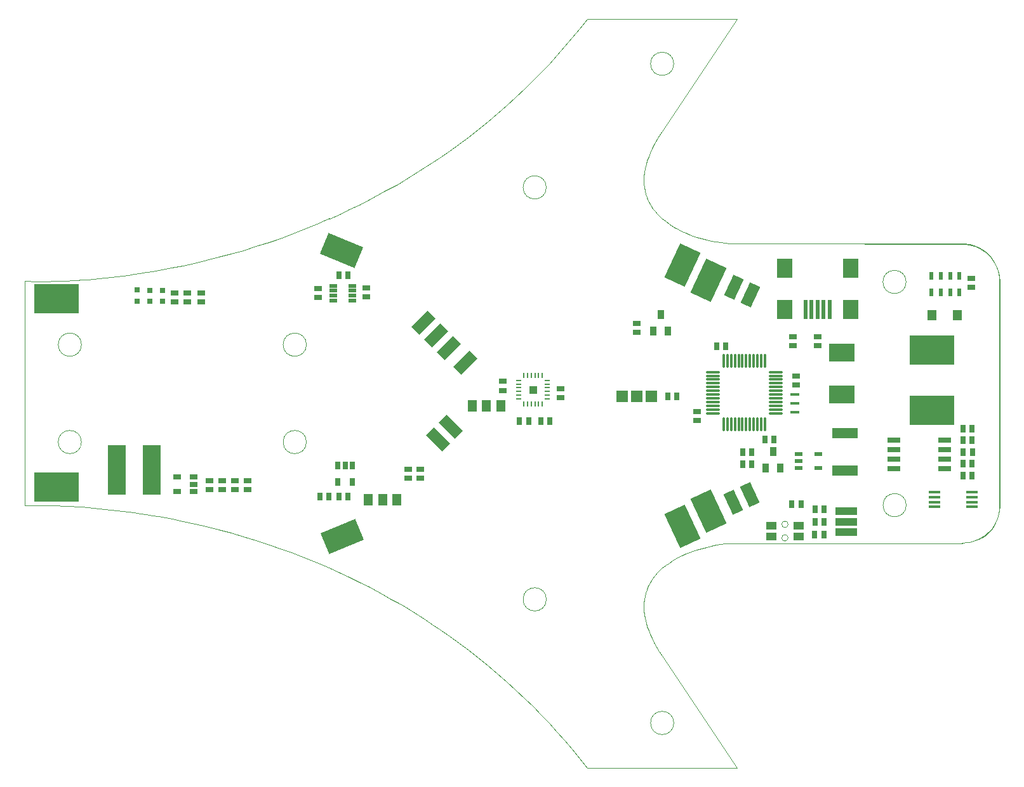
<source format=gtp>
%FSLAX25Y25*%
%MOIN*%
G70*
G01*
G75*
G04 Layer_Color=8421504*
%ADD10C,0.00787*%
%ADD11R,0.03150X0.03937*%
%ADD12R,0.11811X0.03937*%
%ADD13R,0.13780X0.09646*%
%ADD14R,0.09488X0.26378*%
G04:AMPARAMS|DCode=15|XSize=196.85mil|YSize=118.11mil|CornerRadius=0mil|HoleSize=0mil|Usage=FLASHONLY|Rotation=22.500|XOffset=0mil|YOffset=0mil|HoleType=Round|Shape=Rectangle|*
%AMROTATEDRECTD15*
4,1,4,-0.06833,-0.09222,-0.11353,0.01689,0.06833,0.09222,0.11353,-0.01689,-0.06833,-0.09222,0.0*
%
%ADD15ROTATEDRECTD15*%

G04:AMPARAMS|DCode=16|XSize=196.85mil|YSize=118.11mil|CornerRadius=0mil|HoleSize=0mil|Usage=FLASHONLY|Rotation=337.500|XOffset=0mil|YOffset=0mil|HoleType=Round|Shape=Rectangle|*
%AMROTATEDRECTD16*
4,1,4,-0.11353,-0.01689,-0.06833,0.09222,0.11353,0.01689,0.06833,-0.09222,-0.11353,-0.01689,0.0*
%
%ADD16ROTATEDRECTD16*%

G04:AMPARAMS|DCode=17|XSize=196.85mil|YSize=118.11mil|CornerRadius=0mil|HoleSize=0mil|Usage=FLASHONLY|Rotation=115.000|XOffset=0mil|YOffset=0mil|HoleType=Round|Shape=Rectangle|*
%AMROTATEDRECTD17*
4,1,4,0.09512,-0.06425,-0.01193,-0.11416,-0.09512,0.06425,0.01193,0.11416,0.09512,-0.06425,0.0*
%
%ADD17ROTATEDRECTD17*%

G04:AMPARAMS|DCode=18|XSize=196.85mil|YSize=118.11mil|CornerRadius=0mil|HoleSize=0mil|Usage=FLASHONLY|Rotation=65.000|XOffset=0mil|YOffset=0mil|HoleType=Round|Shape=Rectangle|*
%AMROTATEDRECTD18*
4,1,4,0.01193,-0.11416,-0.09512,-0.06425,-0.01193,0.11416,0.09512,0.06425,0.01193,-0.11416,0.0*
%
%ADD18ROTATEDRECTD18*%

%ADD19R,0.05118X0.05906*%
%ADD20R,0.03937X0.03150*%
%ADD21R,0.03898X0.01890*%
%ADD22R,0.04173X0.02559*%
%ADD23R,0.05512X0.04134*%
%ADD24R,0.06890X0.02559*%
%ADD25R,0.23622X0.15748*%
%ADD26R,0.02362X0.04331*%
%ADD27R,0.03150X0.03150*%
%ADD28R,0.03347X0.05118*%
%ADD29R,0.05906X0.05906*%
%ADD30O,0.07480X0.01181*%
%ADD31O,0.01181X0.07480*%
%ADD32R,0.01969X0.09843*%
%ADD33R,0.07874X0.09843*%
%ADD34R,0.05118X0.01575*%
%ADD35R,0.07874X0.07874*%
%ADD36R,0.03937X0.02165*%
%ADD37R,0.00984X0.02756*%
%ADD38R,0.02756X0.00984*%
%ADD39R,0.05000X0.05787*%
%ADD40R,0.13386X0.05315*%
%ADD41R,0.05906X0.01614*%
G04:AMPARAMS|DCode=42|XSize=118.11mil|YSize=59.06mil|CornerRadius=0mil|HoleSize=0mil|Usage=FLASHONLY|Rotation=225.000|XOffset=0mil|YOffset=0mil|HoleType=Round|Shape=Rectangle|*
%AMROTATEDRECTD42*
4,1,4,0.02088,0.06264,0.06264,0.02088,-0.02088,-0.06264,-0.06264,-0.02088,0.02088,0.06264,0.0*
%
%ADD42ROTATEDRECTD42*%

G04:AMPARAMS|DCode=43|XSize=118.11mil|YSize=59.06mil|CornerRadius=0mil|HoleSize=0mil|Usage=FLASHONLY|Rotation=135.000|XOffset=0mil|YOffset=0mil|HoleType=Round|Shape=Rectangle|*
%AMROTATEDRECTD43*
4,1,4,0.06264,-0.02088,0.02088,-0.06264,-0.06264,0.02088,-0.02088,0.06264,0.06264,-0.02088,0.0*
%
%ADD43ROTATEDRECTD43*%

G04:AMPARAMS|DCode=44|XSize=118.11mil|YSize=59.06mil|CornerRadius=0mil|HoleSize=0mil|Usage=FLASHONLY|Rotation=245.000|XOffset=0mil|YOffset=0mil|HoleType=Round|Shape=Rectangle|*
%AMROTATEDRECTD44*
4,1,4,-0.00180,0.06600,0.05172,0.04104,0.00180,-0.06600,-0.05172,-0.04104,-0.00180,0.06600,0.0*
%
%ADD44ROTATEDRECTD44*%

G04:AMPARAMS|DCode=45|XSize=118.11mil|YSize=59.06mil|CornerRadius=0mil|HoleSize=0mil|Usage=FLASHONLY|Rotation=295.000|XOffset=0mil|YOffset=0mil|HoleType=Round|Shape=Rectangle|*
%AMROTATEDRECTD45*
4,1,4,-0.05172,0.04104,0.00180,0.06600,0.05172,-0.04104,-0.00180,-0.06600,-0.05172,0.04104,0.0*
%
%ADD45ROTATEDRECTD45*%

%ADD46R,0.02559X0.04173*%
%ADD47C,0.01969*%
%ADD48C,0.03937*%
%ADD49C,0.07874*%
%ADD50C,0.05906*%
%ADD51R,0.06869X0.26570*%
%ADD52R,0.06892X0.11504*%
%ADD53R,0.37657X0.14030*%
%ADD54R,0.23424X0.11604*%
%ADD55R,0.15927X0.15830*%
%ADD56R,0.14344X0.15856*%
%ADD57C,0.00394*%
%ADD58C,0.00197*%
%ADD59C,0.05906*%
%ADD60R,0.05906X0.05906*%
%ADD61C,0.01969*%
%ADD62R,0.36038X0.16300*%
%ADD63C,0.01000*%
%ADD64C,0.01181*%
%ADD65C,0.00984*%
%ADD66C,0.02362*%
%ADD67C,0.00039*%
%ADD68R,0.03937X0.03937*%
D11*
X1102185Y484198D02*
D03*
X1106909D02*
D03*
X985166Y506747D02*
D03*
X989890D02*
D03*
X1000933Y506747D02*
D03*
X996208D02*
D03*
X1114083Y497327D02*
D03*
X1118807D02*
D03*
X1102170Y490410D02*
D03*
X1106894D02*
D03*
X1222843Y490520D02*
D03*
X1218119D02*
D03*
X1218085Y478202D02*
D03*
X1222809D02*
D03*
X1144960Y460601D02*
D03*
X1140235D02*
D03*
X1145121Y453876D02*
D03*
X1140397D02*
D03*
X1144889Y447109D02*
D03*
X1140165D02*
D03*
X1217981Y502837D02*
D03*
X1222706Y502837D02*
D03*
X890372Y467336D02*
D03*
X895097Y467336D02*
D03*
X884942Y467313D02*
D03*
X880217Y467313D02*
D03*
X1067642Y519744D02*
D03*
X1062917D02*
D03*
X1093319Y546213D02*
D03*
X1088594D02*
D03*
X1132862Y463130D02*
D03*
X1128138D02*
D03*
X1222796Y484361D02*
D03*
X1218072D02*
D03*
X1222819Y496678D02*
D03*
X1218095Y496678D02*
D03*
X895114Y583531D02*
D03*
X890390D02*
D03*
D12*
X1156721Y453920D02*
D03*
Y459362D02*
D03*
Y448477D02*
D03*
D13*
X1154488Y520831D02*
D03*
Y542681D02*
D03*
D14*
X773556Y481072D02*
D03*
X791863D02*
D03*
D15*
X892130Y446225D02*
D03*
D16*
X891826Y596563D02*
D03*
D17*
X1084255Y459428D02*
D03*
X1070759Y451371D02*
D03*
D18*
X1084353Y580907D02*
D03*
X1070690Y588959D02*
D03*
D19*
X960265Y514921D02*
D03*
X967746D02*
D03*
X975226D02*
D03*
X920669Y465351D02*
D03*
X913188D02*
D03*
X905708D02*
D03*
D20*
X1130232Y525913D02*
D03*
Y530638D02*
D03*
X1141634Y551287D02*
D03*
Y546563D02*
D03*
X879390Y576528D02*
D03*
Y571803D02*
D03*
X1078386Y511937D02*
D03*
Y507213D02*
D03*
X822241Y470761D02*
D03*
Y475485D02*
D03*
X842256Y475483D02*
D03*
Y470759D02*
D03*
X835584Y470761D02*
D03*
Y475486D02*
D03*
X828913Y475486D02*
D03*
Y470761D02*
D03*
X1222453Y577280D02*
D03*
Y582004D02*
D03*
X1128660Y551287D02*
D03*
Y546563D02*
D03*
X817909Y569409D02*
D03*
Y574134D02*
D03*
X810634Y569417D02*
D03*
Y574142D02*
D03*
X804075Y574220D02*
D03*
Y569496D02*
D03*
X904654Y576740D02*
D03*
Y572016D02*
D03*
X1006794Y524007D02*
D03*
Y519282D02*
D03*
X1046826Y553504D02*
D03*
Y558228D02*
D03*
X976416Y527676D02*
D03*
Y522952D02*
D03*
X932905Y476810D02*
D03*
Y481534D02*
D03*
X926623Y481493D02*
D03*
Y476768D02*
D03*
D21*
X897449Y570232D02*
D03*
Y572791D02*
D03*
Y575350D02*
D03*
Y577909D02*
D03*
X887252Y570232D02*
D03*
Y572791D02*
D03*
Y575350D02*
D03*
Y577909D02*
D03*
D22*
X813863Y469930D02*
D03*
Y473670D02*
D03*
Y477411D02*
D03*
X805201Y469930D02*
D03*
Y477411D02*
D03*
D23*
X1131563Y451882D02*
D03*
Y446173D02*
D03*
X1117390D02*
D03*
Y451882D02*
D03*
D24*
X1208298Y491907D02*
D03*
X1208323Y486917D02*
D03*
Y481917D02*
D03*
Y496917D02*
D03*
X1181758Y496927D02*
D03*
Y491927D02*
D03*
Y486927D02*
D03*
Y481927D02*
D03*
D25*
X1201539Y544107D02*
D03*
Y512611D02*
D03*
X741838Y472222D02*
D03*
Y571041D02*
D03*
D26*
X1216165Y583035D02*
D03*
X1211244D02*
D03*
X1206323D02*
D03*
X1201402D02*
D03*
X1216165Y574374D02*
D03*
X1211244D02*
D03*
X1206323D02*
D03*
X1201402D02*
D03*
D27*
X784232Y575756D02*
D03*
Y569850D02*
D03*
X797614Y575622D02*
D03*
Y569717D02*
D03*
X790925Y575622D02*
D03*
Y569717D02*
D03*
D28*
X1114441Y482109D02*
D03*
X1121921D02*
D03*
X1118181Y490770D02*
D03*
X1059240Y562811D02*
D03*
X1062980Y554149D02*
D03*
X1055500D02*
D03*
D29*
X1054357Y519825D02*
D03*
X1046621Y519830D02*
D03*
X1038886Y519835D02*
D03*
D30*
X1119665Y510988D02*
D03*
Y512957D02*
D03*
Y514925D02*
D03*
Y516894D02*
D03*
Y518862D02*
D03*
Y520831D02*
D03*
Y522799D02*
D03*
Y524768D02*
D03*
Y526736D02*
D03*
Y528705D02*
D03*
Y530673D02*
D03*
Y532642D02*
D03*
X1086595D02*
D03*
Y530673D02*
D03*
Y528705D02*
D03*
Y526736D02*
D03*
Y524768D02*
D03*
Y522799D02*
D03*
Y520831D02*
D03*
Y518862D02*
D03*
Y516894D02*
D03*
Y514925D02*
D03*
Y512957D02*
D03*
Y510988D02*
D03*
D31*
X1113957Y538350D02*
D03*
X1111988D02*
D03*
X1110020D02*
D03*
X1108051D02*
D03*
X1106083D02*
D03*
X1104114D02*
D03*
X1102146D02*
D03*
X1100177D02*
D03*
X1098209D02*
D03*
X1096240D02*
D03*
X1094272D02*
D03*
X1092303D02*
D03*
Y505280D02*
D03*
X1094272D02*
D03*
X1096240D02*
D03*
X1098209D02*
D03*
X1100177D02*
D03*
X1102146D02*
D03*
X1104114D02*
D03*
X1106083D02*
D03*
X1108051D02*
D03*
X1110020D02*
D03*
X1111988D02*
D03*
X1113957D02*
D03*
D32*
X1135280Y565421D02*
D03*
X1138429D02*
D03*
X1141579D02*
D03*
X1147878D02*
D03*
X1144728D02*
D03*
D33*
X1124256D02*
D03*
Y587075D02*
D03*
X1158902D02*
D03*
Y565421D02*
D03*
D34*
X1129717Y520819D02*
D03*
Y516094D02*
D03*
Y511370D02*
D03*
D36*
X1142159Y482082D02*
D03*
Y489562D02*
D03*
X1131530Y482082D02*
D03*
Y485822D02*
D03*
Y489562D02*
D03*
D37*
X987264Y515878D02*
D03*
Y530839D02*
D03*
X989233D02*
D03*
X991201D02*
D03*
X993170D02*
D03*
X995138D02*
D03*
Y515878D02*
D03*
X997107D02*
D03*
X993170D02*
D03*
X991201D02*
D03*
X989233D02*
D03*
X997107Y530839D02*
D03*
D38*
X984705Y520406D02*
D03*
Y518437D02*
D03*
Y522374D02*
D03*
Y524343D02*
D03*
Y526311D02*
D03*
Y528280D02*
D03*
X999666D02*
D03*
Y526311D02*
D03*
Y524343D02*
D03*
Y522374D02*
D03*
Y518437D02*
D03*
Y520406D02*
D03*
D39*
X1201762Y562500D02*
D03*
X1215069D02*
D03*
D40*
X1155841Y500531D02*
D03*
Y480847D02*
D03*
D41*
X1202955Y466880D02*
D03*
X1202955Y469447D02*
D03*
X1202955Y464311D02*
D03*
Y461742D02*
D03*
X1222620Y466854D02*
D03*
X1222619Y469454D02*
D03*
X1222620Y464301D02*
D03*
Y461732D02*
D03*
D42*
X956637Y537648D02*
D03*
X934708Y558554D02*
D03*
X941425Y551836D02*
D03*
X948143Y545119D02*
D03*
D43*
X942172Y497203D02*
D03*
X948890Y503921D02*
D03*
D44*
X1106217Y573310D02*
D03*
X1097607Y577325D02*
D03*
D45*
X1105876Y468194D02*
D03*
X1097266Y464179D02*
D03*
D46*
X889783Y475005D02*
D03*
X897263Y475005D02*
D03*
X889783Y483667D02*
D03*
X893523Y483667D02*
D03*
X897263Y483667D02*
D03*
D57*
X1233068Y592835D02*
G03*
X1217579Y600111I-15664J-13221D01*
G01*
X1217591Y442672D02*
G03*
X1233080Y449948I-175J20497D01*
G01*
X880412Y611114D02*
G03*
X885495Y613312I-35534J89131D01*
G01*
X885527Y429516D02*
G03*
X880444Y431715I-40617J-86933D01*
G01*
X755095Y547005D02*
G03*
X755095Y547005I-6102J0D01*
G01*
Y495825D02*
G03*
X755095Y495825I-6102J0D01*
G01*
X873206D02*
G03*
X873206Y495825I-6102J0D01*
G01*
Y547005D02*
G03*
X873206Y547005I-6102J0D01*
G01*
X999188Y413147D02*
G03*
X999188Y413147I-6102J0D01*
G01*
X1066117Y348188D02*
G03*
X1066117Y348188I-6102J0D01*
G01*
X1188164Y462662D02*
G03*
X1188164Y462662I-6102J0D01*
G01*
X1188105Y579993D02*
G03*
X1188105Y579993I-6102J0D01*
G01*
X999187Y629683D02*
G03*
X999187Y629683I-6102J0D01*
G01*
X1066117Y694642D02*
G03*
X1066117Y694642I-6102J0D01*
G01*
X1166186Y600154D02*
X1217504D01*
X1099391D02*
X1166186D01*
X1016714Y329514D02*
X1020651Y324561D01*
X1012729Y334348D02*
X1016714Y329514D01*
X1008701Y339065D02*
X1012729Y334348D01*
X1004632Y343665D02*
X1008701Y339065D01*
X1000522Y348150D02*
X1004632Y343665D01*
X996375Y352521D02*
X1000522Y348150D01*
X992192Y356779D02*
X996375Y352521D01*
X987975Y360926D02*
X992192Y356779D01*
X983117Y365533D02*
X987975Y360926D01*
X978221Y369998D02*
X983117Y365533D01*
X973289Y374326D02*
X978221Y369998D01*
X968327Y378516D02*
X973289Y374326D01*
X963335Y382573D02*
X968327Y378516D01*
X958318Y386498D02*
X963335Y382573D01*
X953278Y390293D02*
X958318Y386498D01*
X948218Y393961D02*
X953278Y390293D01*
X943142Y397502D02*
X948218Y393961D01*
X939442Y399999D02*
X943142Y397502D01*
X935736Y402433D02*
X939442Y399999D01*
X932025Y404804D02*
X935736Y402433D01*
X928312Y407112D02*
X932025Y404804D01*
X924595Y409358D02*
X928312Y407112D01*
X920877Y411542D02*
X924595Y409358D01*
X917159Y413666D02*
X920877Y411542D01*
X914453Y415193D02*
X917159Y413666D01*
X773629Y459957D02*
X776585Y459591D01*
X770744Y460294D02*
X773629Y459957D01*
X767475Y460646D02*
X770744Y460294D01*
X764307Y460963D02*
X767475Y460646D01*
X761242Y461242D02*
X764307Y460963D01*
X758279Y461489D02*
X761242Y461242D01*
X755426Y461703D02*
X758279Y461489D01*
X752683Y461887D02*
X755426Y461703D01*
X750053Y462044D02*
X752683Y461887D01*
X747540Y462174D02*
X750053Y462044D01*
X745146Y462281D02*
X747540Y462174D01*
X742514Y462377D02*
X745146Y462281D01*
X740053Y462448D02*
X742514Y462377D01*
X737765Y462495D02*
X740053Y462448D01*
X735657Y462521D02*
X737765Y462495D01*
X733731Y462531D02*
X735657Y462521D01*
X731993Y462527D02*
X733731Y462531D01*
X730447Y462512D02*
X731993Y462527D01*
X729097Y462488D02*
X730447Y462512D01*
X727949Y462460D02*
X729097Y462488D01*
X727415Y462445D02*
X727949Y462460D01*
X726942Y462428D02*
X727415Y462445D01*
X726529Y462413D02*
X726942Y462428D01*
X726179Y462399D02*
X726529Y462413D01*
X725890Y462387D02*
X726179Y462399D01*
X725665Y462376D02*
X725890Y462387D01*
X725503Y462367D02*
X725665Y462376D01*
X725406Y462363D02*
X725503Y462367D01*
X725374Y462362D02*
X725406Y462363D01*
X725374Y462362D02*
Y580471D01*
X833536Y594757D02*
X840102Y596648D01*
X846768Y598697D01*
X853525Y600908D01*
X860365Y603286D01*
X865327Y605103D01*
X870324Y607011D01*
X875354Y609014D01*
X880412Y611114D01*
X885495Y613312D02*
X890602Y615612D01*
X895726Y618014D01*
X900866Y620523D01*
X906020Y623140D01*
X914414Y627750D01*
X917159Y629159D01*
X920877Y631283D01*
X924595Y633468D01*
X928312Y635712D01*
X932025Y638019D01*
X935736Y640390D01*
X939442Y642823D01*
X943142Y645322D01*
X948218Y648863D01*
X953278Y652531D01*
X958318Y656324D01*
X963335Y660249D01*
X968327Y664306D01*
X973289Y668497D01*
X978221Y672824D01*
X983117Y677290D01*
X987975Y681896D01*
X992192Y686044D01*
X996375Y690302D01*
X1000522Y694671D01*
X1004632Y699156D01*
X1008701Y703756D01*
X1012729Y708473D01*
X1016714Y713307D01*
X1020651Y718260D01*
X1099391D01*
X1060022Y659205D02*
X1099391Y718260D01*
X1058466Y656844D02*
X1060022Y659205D01*
X1057059Y654540D02*
X1058466Y656844D01*
X1055798Y652292D02*
X1057059Y654540D01*
X1054676Y650101D02*
X1055798Y652292D01*
X1053693Y647963D02*
X1054676Y650101D01*
X1052841Y645883D02*
X1053693Y647963D01*
X1052121Y643855D02*
X1052841Y645883D01*
X1051526Y641881D02*
X1052121Y643855D01*
X1050996Y639691D02*
X1051526Y641881D01*
X1050619Y637570D02*
X1050996Y639691D01*
X1050391Y635516D02*
X1050619Y637570D01*
X1050307Y633530D02*
X1050391Y635516D01*
X1050307Y633530D02*
X1050361Y631611D01*
X1050547Y629755D01*
X1050859Y627966D01*
X1051293Y626241D01*
X1051843Y624580D01*
X1052362Y623295D01*
X1052948Y622051D01*
X1053600Y620845D01*
X1054314Y619679D01*
X1055086Y618551D01*
X1055915Y617461D01*
X1057730Y615393D01*
X1059736Y613472D01*
X1061911Y611696D01*
X1063512Y610543D01*
X1067106Y608200D01*
X1066895Y608439D02*
X1068662Y607483D01*
X1070470Y606591D01*
X1072311Y605764D01*
X1074177Y604997D01*
X1076061Y604290D01*
X1077955Y603644D01*
X1080591Y602843D01*
X1083212Y602151D01*
X1085797Y601566D01*
X1088324Y601086D01*
X1090774Y600708D01*
X1093127Y600429D01*
X1095361Y600246D01*
X1097455Y600155D01*
X1099391Y600154D01*
X1232277Y593481D02*
X1233827Y591478D01*
X1235106Y589293D01*
X1236092Y586964D01*
X1236769Y584525D01*
X1237080Y582529D01*
X1237185Y580472D01*
Y462350D02*
Y580472D01*
X1228509Y446028D02*
X1230512Y447577D01*
X1226325Y444748D02*
X1228509Y446028D01*
X853493Y600910D02*
X860333Y603287D01*
X846736Y598698D02*
X853493Y600910D01*
X840070Y596650D02*
X846736Y598698D01*
X833504Y594758D02*
X840070Y596650D01*
X827048Y593015D02*
X833504Y594758D01*
X820708Y591417D02*
X827048Y593015D01*
X814494Y589955D02*
X820708Y591417D01*
X808415Y588625D02*
X814494Y589955D01*
X802480Y587422D02*
X808415Y588625D01*
X795641Y586150D02*
X802480Y587422D01*
X792308Y585573D02*
X795641Y586150D01*
X789033Y585035D02*
X792308Y585573D01*
X785818Y584533D02*
X789033Y585035D01*
X782665Y584068D02*
X785818Y584533D01*
X779575Y583636D02*
X782665Y584068D01*
X776553Y583237D02*
X779575Y583636D01*
X773597Y582871D02*
X776553Y583237D01*
X770712Y582536D02*
X773597Y582871D01*
X767443Y582182D02*
X770712Y582536D01*
X764275Y581867D02*
X767443Y582182D01*
X761210Y581586D02*
X764275Y581867D01*
X758247Y581339D02*
X761210Y581586D01*
X755394Y581126D02*
X758247Y581339D01*
X752651Y580942D02*
X755394Y581126D01*
X750021Y580785D02*
X752651Y580942D01*
X747508Y580654D02*
X750021Y580785D01*
X745114Y580547D02*
X747508Y580654D01*
X742482Y580451D02*
X745114Y580547D01*
X740021Y580380D02*
X742482Y580451D01*
X737733Y580333D02*
X740021Y580380D01*
X735625Y580307D02*
X737733Y580333D01*
X733699Y580297D02*
X735625Y580307D01*
X731961Y580301D02*
X733699Y580297D01*
X730415Y580318D02*
X731961Y580301D01*
X729065Y580342D02*
X730415Y580318D01*
X727917Y580369D02*
X729065Y580342D01*
X727384Y580386D02*
X727917Y580369D01*
X726910Y580403D02*
X727384Y580386D01*
X726497Y580418D02*
X726910Y580403D01*
X726147Y580433D02*
X726497Y580418D01*
X725858Y580446D02*
X726147Y580433D01*
X725634Y580457D02*
X725858Y580446D01*
X725471Y580465D02*
X725634Y580457D01*
X725374Y580471D02*
X725471Y580465D01*
X725342Y580472D02*
X725374Y580471D01*
X1237091Y460254D02*
X1237197Y462311D01*
X1236781Y458259D02*
X1237091Y460254D01*
X1236104Y455819D02*
X1236781Y458259D01*
X1235118Y453490D02*
X1236104Y455819D01*
X1233839Y451306D02*
X1235118Y453490D01*
X1232289Y449303D02*
X1233839Y451306D01*
X1217445Y599974D02*
X1219502Y599869D01*
X1221497Y599559D01*
X1223936Y598882D01*
X1226266Y597896D01*
X1228450Y596617D01*
X1230453Y595067D01*
X1232422Y593064D01*
X1234082Y590812D01*
X1235401Y588359D01*
X1236356Y585754D01*
X1236928Y583084D01*
X1237126Y580294D01*
X1237126Y462172D01*
X1237021Y460115D02*
X1237126Y462172D01*
X1236710Y458119D02*
X1237021Y460115D01*
X1236033Y455680D02*
X1236710Y458119D01*
X1235047Y453351D02*
X1236033Y455680D01*
X1233768Y451166D02*
X1235047Y453351D01*
X1232218Y449164D02*
X1233768Y451166D01*
X1230215Y447194D02*
X1232218Y449164D01*
X1227963Y445534D02*
X1230215Y447194D01*
X1166220Y599974D02*
X1217445D01*
X1095361Y442578D02*
X1097455Y442670D01*
X1093127Y442395D02*
X1095361Y442578D01*
X1090774Y442116D02*
X1093127Y442395D01*
X1088324Y441738D02*
X1090774Y442116D01*
X1085797Y441258D02*
X1088324Y441738D01*
X1083212Y440674D02*
X1085797Y441258D01*
X1080591Y439983D02*
X1083212Y440674D01*
X1077955Y439180D02*
X1080591Y439983D01*
X1097455Y442670D02*
X1168988D01*
X1020651Y324561D02*
X1099391Y324562D01*
X1076061Y438534D02*
X1077955Y439180D01*
X1074177Y437828D02*
X1076061Y438534D01*
X1072311Y437062D02*
X1074177Y437828D01*
X1070470Y436234D02*
X1072311Y437062D01*
X1068662Y435344D02*
X1070470Y436234D01*
X1066895Y434388D02*
X1068662Y435344D01*
X1065176Y433369D02*
X1066895Y434388D01*
X1063512Y432283D02*
X1065176Y433369D01*
X1061911Y431130D02*
X1063512Y432283D01*
X1059736Y429353D02*
X1061911Y431130D01*
X1057730Y427433D02*
X1059736Y429353D01*
X1055915Y425365D02*
X1057730Y427433D01*
X1055086Y424274D02*
X1055915Y425365D01*
X1054314Y423147D02*
X1055086Y424274D01*
X1053600Y421980D02*
X1054314Y423147D01*
X1052948Y420774D02*
X1053600Y421980D01*
X1052362Y419530D02*
X1052948Y420774D01*
X1051843Y418245D02*
X1052362Y419530D01*
X1051293Y416583D02*
X1051843Y418245D01*
X1050859Y414858D02*
X1051293Y416583D01*
X1050547Y413069D02*
X1050859Y414858D01*
X1050361Y411215D02*
X1050547Y413069D01*
X1050307Y409295D02*
X1050361Y411215D01*
X1050307Y409295D02*
X1050391Y407309D01*
X1050619Y405255D01*
X1050996Y403134D01*
X1051526Y400944D01*
X1052121Y398970D01*
X1052841Y396943D01*
X1053693Y394861D01*
X1054676Y392724D01*
X1055798Y390531D01*
X1057059Y388283D01*
X1058466Y385979D01*
X1060022Y383618D01*
X1099391Y324562D01*
X1146128Y442670D02*
X1217661D01*
X776585Y459591D02*
X779607Y459192D01*
X782697Y458760D01*
X785850Y458295D01*
X789065Y457794D01*
X792340Y457255D01*
X795673Y456678D01*
X802512Y455406D01*
X808447Y454203D01*
X814526Y452873D01*
X820740Y451412D01*
X827080Y449813D01*
X833536Y448070D01*
X840102Y446178D01*
X846768Y444130D01*
X853525Y441919D01*
X860365Y439541D01*
X906052Y419688D02*
X914446Y415078D01*
X900898Y422305D02*
X906052Y419688D01*
X895758Y424815D02*
X900898Y422305D01*
X890634Y427216D02*
X895758Y424815D01*
X885527Y429516D02*
X890634Y427216D01*
X875386Y433815D02*
X880444Y431715D01*
X870356Y435817D02*
X875386Y433815D01*
X865359Y437726D02*
X870356Y435817D01*
X860397Y439542D02*
X865359Y437726D01*
X853557Y441920D02*
X860397Y439542D01*
X846800Y444131D02*
X853557Y441920D01*
X840134Y446180D02*
X846800Y444131D01*
X833568Y448071D02*
X840134Y446180D01*
D58*
X1126148Y445484D02*
G03*
X1126148Y445484I-1671J0D01*
G01*
Y452571D02*
G03*
X1126148Y452571I-1671J0D01*
G01*
D68*
X992212Y523246D02*
D03*
M02*

</source>
